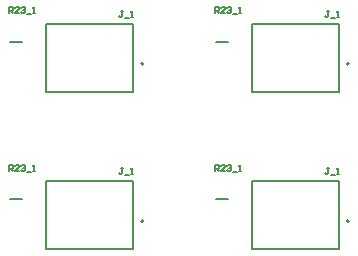
<source format=gto>
G04*
G04 #@! TF.GenerationSoftware,Altium Limited,Altium Designer,22.1.2 (22)*
G04*
G04 Layer_Color=65535*
%FSLAX25Y25*%
%MOIN*%
G70*
G04*
G04 #@! TF.SameCoordinates,A84A231E-1FB4-490D-AB1D-95A42E3D9FFD*
G04*
G04*
G04 #@! TF.FilePolarity,Positive*
G04*
G01*
G75*
%ADD15C,0.00787*%
%ADD16C,0.00500*%
D15*
X251374Y163933D02*
G03*
X251374Y163933I-394J0D01*
G01*
X206933Y171362D02*
X211067D01*
X319874Y163933D02*
G03*
X319874Y163933I-394J0D01*
G01*
X275433Y171362D02*
X279567D01*
X251374Y216433D02*
G03*
X251374Y216433I-394J0D01*
G01*
X206933Y223862D02*
X211067D01*
X319874Y216433D02*
G03*
X319874Y216433I-394J0D01*
G01*
X275433Y223862D02*
X279567D01*
D16*
X248067Y154681D02*
Y177319D01*
X218933Y154681D02*
X248067D01*
X218933D02*
Y177319D01*
X248067D01*
X206668Y180859D02*
Y182859D01*
X207668D01*
X208001Y182526D01*
Y181859D01*
X207668Y181526D01*
X206668D01*
X207334D02*
X208001Y180859D01*
X210000D02*
X208667D01*
X210000Y182192D01*
Y182526D01*
X209667Y182859D01*
X209001D01*
X208667Y182526D01*
X210667D02*
X211000Y182859D01*
X211666D01*
X212000Y182526D01*
Y182192D01*
X211666Y181859D01*
X211333D01*
X211666D01*
X212000Y181526D01*
Y181193D01*
X211666Y180859D01*
X211000D01*
X210667Y181193D01*
X212666Y180526D02*
X213999D01*
X214666Y180859D02*
X215332D01*
X214999D01*
Y182859D01*
X214666Y182526D01*
X244579Y181599D02*
X243913D01*
X244246D01*
Y179933D01*
X243913Y179600D01*
X243579D01*
X243246Y179933D01*
X245246Y179267D02*
X246578D01*
X247245Y179600D02*
X247911D01*
X247578D01*
Y181599D01*
X247245Y181266D01*
X316567Y154681D02*
Y177319D01*
X287433Y154681D02*
X316567D01*
X287433D02*
Y177319D01*
X316567D01*
X275168Y180859D02*
Y182859D01*
X276168D01*
X276501Y182526D01*
Y181859D01*
X276168Y181526D01*
X275168D01*
X275834D02*
X276501Y180859D01*
X278500D02*
X277167D01*
X278500Y182192D01*
Y182526D01*
X278167Y182859D01*
X277501D01*
X277167Y182526D01*
X279167D02*
X279500Y182859D01*
X280167D01*
X280500Y182526D01*
Y182192D01*
X280167Y181859D01*
X279833D01*
X280167D01*
X280500Y181526D01*
Y181193D01*
X280167Y180859D01*
X279500D01*
X279167Y181193D01*
X281166Y180526D02*
X282499D01*
X283166Y180859D02*
X283832D01*
X283499D01*
Y182859D01*
X283166Y182526D01*
X313079Y181599D02*
X312413D01*
X312746D01*
Y179933D01*
X312413Y179600D01*
X312079D01*
X311746Y179933D01*
X313745Y179267D02*
X315078D01*
X315745Y179600D02*
X316411D01*
X316078D01*
Y181599D01*
X315745Y181266D01*
X248067Y207181D02*
Y229819D01*
X218933Y207181D02*
X248067D01*
X218933D02*
Y229819D01*
X248067D01*
X206668Y233360D02*
Y235359D01*
X207668D01*
X208001Y235026D01*
Y234359D01*
X207668Y234026D01*
X206668D01*
X207334D02*
X208001Y233360D01*
X210000D02*
X208667D01*
X210000Y234692D01*
Y235026D01*
X209667Y235359D01*
X209001D01*
X208667Y235026D01*
X210667D02*
X211000Y235359D01*
X211666D01*
X212000Y235026D01*
Y234692D01*
X211666Y234359D01*
X211333D01*
X211666D01*
X212000Y234026D01*
Y233693D01*
X211666Y233360D01*
X211000D01*
X210667Y233693D01*
X212666Y233026D02*
X213999D01*
X214666Y233360D02*
X215332D01*
X214999D01*
Y235359D01*
X214666Y235026D01*
X244579Y234099D02*
X243913D01*
X244246D01*
Y232433D01*
X243913Y232100D01*
X243579D01*
X243246Y232433D01*
X245246Y231767D02*
X246578D01*
X247245Y232100D02*
X247911D01*
X247578D01*
Y234099D01*
X247245Y233766D01*
X316567Y207181D02*
Y229819D01*
X287433Y207181D02*
X316567D01*
X287433D02*
Y229819D01*
X316567D01*
X275168Y233360D02*
Y235359D01*
X276168D01*
X276501Y235026D01*
Y234359D01*
X276168Y234026D01*
X275168D01*
X275834D02*
X276501Y233360D01*
X278500D02*
X277167D01*
X278500Y234692D01*
Y235026D01*
X278167Y235359D01*
X277501D01*
X277167Y235026D01*
X279167D02*
X279500Y235359D01*
X280167D01*
X280500Y235026D01*
Y234692D01*
X280167Y234359D01*
X279833D01*
X280167D01*
X280500Y234026D01*
Y233693D01*
X280167Y233360D01*
X279500D01*
X279167Y233693D01*
X281166Y233026D02*
X282499D01*
X283166Y233360D02*
X283832D01*
X283499D01*
Y235359D01*
X283166Y235026D01*
X313079Y234099D02*
X312413D01*
X312746D01*
Y232433D01*
X312413Y232100D01*
X312079D01*
X311746Y232433D01*
X313745Y231767D02*
X315078D01*
X315745Y232100D02*
X316411D01*
X316078D01*
Y234099D01*
X315745Y233766D01*
M02*

</source>
